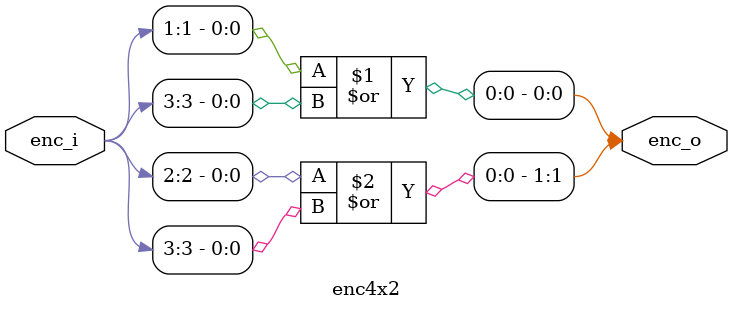
<source format=v>
`timescale 1ns / 1ps


module enc4x2(
    input [3:0] enc_i,
    output [1:0] enc_o
    );
    assign enc_o[0] = enc_i[1] | enc_i[3];
    assign enc_o[1] = enc_i[2] | enc_i[3];
endmodule

</source>
